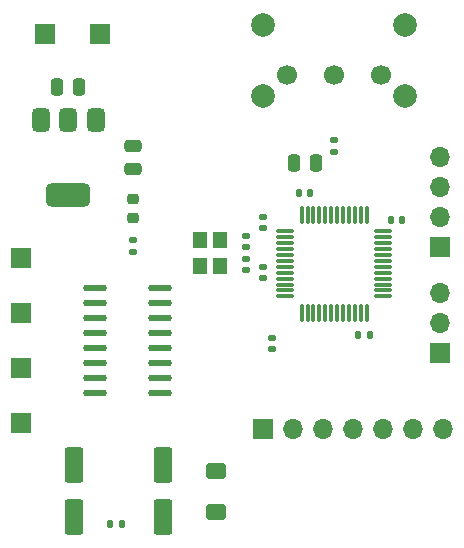
<source format=gbr>
%TF.GenerationSoftware,KiCad,Pcbnew,8.0.5*%
%TF.CreationDate,2025-02-26T14:21:13-03:00*%
%TF.ProjectId,EchoCar_PCB,4563686f-4361-4725-9f50-43422e6b6963,rev?*%
%TF.SameCoordinates,Original*%
%TF.FileFunction,Soldermask,Top*%
%TF.FilePolarity,Negative*%
%FSLAX46Y46*%
G04 Gerber Fmt 4.6, Leading zero omitted, Abs format (unit mm)*
G04 Created by KiCad (PCBNEW 8.0.5) date 2025-02-26 14:21:13*
%MOMM*%
%LPD*%
G01*
G04 APERTURE LIST*
G04 Aperture macros list*
%AMRoundRect*
0 Rectangle with rounded corners*
0 $1 Rounding radius*
0 $2 $3 $4 $5 $6 $7 $8 $9 X,Y pos of 4 corners*
0 Add a 4 corners polygon primitive as box body*
4,1,4,$2,$3,$4,$5,$6,$7,$8,$9,$2,$3,0*
0 Add four circle primitives for the rounded corners*
1,1,$1+$1,$2,$3*
1,1,$1+$1,$4,$5*
1,1,$1+$1,$6,$7*
1,1,$1+$1,$8,$9*
0 Add four rect primitives between the rounded corners*
20,1,$1+$1,$2,$3,$4,$5,0*
20,1,$1+$1,$4,$5,$6,$7,0*
20,1,$1+$1,$6,$7,$8,$9,0*
20,1,$1+$1,$8,$9,$2,$3,0*%
G04 Aperture macros list end*
%ADD10R,1.700000X1.700000*%
%ADD11O,1.700000X1.700000*%
%ADD12RoundRect,0.140000X-0.170000X0.140000X-0.170000X-0.140000X0.170000X-0.140000X0.170000X0.140000X0*%
%ADD13RoundRect,0.250000X-0.250000X-0.475000X0.250000X-0.475000X0.250000X0.475000X-0.250000X0.475000X0*%
%ADD14RoundRect,0.140000X-0.140000X-0.170000X0.140000X-0.170000X0.140000X0.170000X-0.140000X0.170000X0*%
%ADD15RoundRect,0.140000X0.170000X-0.140000X0.170000X0.140000X-0.170000X0.140000X-0.170000X-0.140000X0*%
%ADD16RoundRect,0.250000X0.550000X-1.250000X0.550000X1.250000X-0.550000X1.250000X-0.550000X-1.250000X0*%
%ADD17RoundRect,0.075000X-0.662500X-0.075000X0.662500X-0.075000X0.662500X0.075000X-0.662500X0.075000X0*%
%ADD18RoundRect,0.075000X-0.075000X-0.662500X0.075000X-0.662500X0.075000X0.662500X-0.075000X0.662500X0*%
%ADD19RoundRect,0.218750X0.256250X-0.218750X0.256250X0.218750X-0.256250X0.218750X-0.256250X-0.218750X0*%
%ADD20O,2.038000X0.574000*%
%ADD21C,2.000000*%
%ADD22C,1.700000*%
%ADD23RoundRect,0.135000X-0.185000X0.135000X-0.185000X-0.135000X0.185000X-0.135000X0.185000X0.135000X0*%
%ADD24RoundRect,0.375000X-0.375000X0.625000X-0.375000X-0.625000X0.375000X-0.625000X0.375000X0.625000X0*%
%ADD25RoundRect,0.500000X-1.400000X0.500000X-1.400000X-0.500000X1.400000X-0.500000X1.400000X0.500000X0*%
%ADD26R,1.200000X1.400000*%
%ADD27RoundRect,0.250000X0.475000X-0.250000X0.475000X0.250000X-0.475000X0.250000X-0.475000X-0.250000X0*%
%ADD28RoundRect,0.135000X-0.135000X-0.185000X0.135000X-0.185000X0.135000X0.185000X-0.135000X0.185000X0*%
%ADD29RoundRect,0.140000X0.140000X0.170000X-0.140000X0.170000X-0.140000X-0.170000X0.140000X-0.170000X0*%
%ADD30RoundRect,0.250000X0.600000X-0.400000X0.600000X0.400000X-0.600000X0.400000X-0.600000X-0.400000X0*%
G04 APERTURE END LIST*
D10*
%TO.C,J3*%
X150000000Y-78540000D03*
D11*
X150000000Y-76000000D03*
X150000000Y-73460000D03*
%TD*%
D12*
%TO.C,C7*%
X135750000Y-77270000D03*
X135750000Y-78230000D03*
%TD*%
D10*
%TO.C,J2*%
X135000000Y-85000000D03*
D11*
X137540000Y-85000000D03*
X140080000Y-85000000D03*
X142620000Y-85000000D03*
X145160000Y-85000000D03*
X147700000Y-85000000D03*
X150240000Y-85000000D03*
%TD*%
D13*
%TO.C,C10*%
X117500000Y-56000000D03*
X119400000Y-56000000D03*
%TD*%
D10*
%TO.C,H4*%
X114500000Y-70500000D03*
%TD*%
D14*
%TO.C,C5*%
X145790000Y-67250000D03*
X146750000Y-67250000D03*
%TD*%
D15*
%TO.C,C3*%
X135000000Y-67980000D03*
X135000000Y-67020000D03*
%TD*%
D16*
%TO.C,C12*%
X126500000Y-92450000D03*
X126500000Y-88050000D03*
%TD*%
D17*
%TO.C,U1*%
X136837500Y-68250000D03*
X136837500Y-68750000D03*
X136837500Y-69250000D03*
X136837500Y-69750000D03*
X136837500Y-70250000D03*
X136837500Y-70750000D03*
X136837500Y-71250000D03*
X136837500Y-71750000D03*
X136837500Y-72250000D03*
X136837500Y-72750000D03*
X136837500Y-73250000D03*
X136837500Y-73750000D03*
D18*
X138250000Y-75162500D03*
X138750000Y-75162500D03*
X139250000Y-75162500D03*
X139750000Y-75162500D03*
X140250000Y-75162500D03*
X140750000Y-75162500D03*
X141250000Y-75162500D03*
X141750000Y-75162500D03*
X142250000Y-75162500D03*
X142750000Y-75162500D03*
X143250000Y-75162500D03*
X143750000Y-75162500D03*
D17*
X145162500Y-73750000D03*
X145162500Y-73250000D03*
X145162500Y-72750000D03*
X145162500Y-72250000D03*
X145162500Y-71750000D03*
X145162500Y-71250000D03*
X145162500Y-70750000D03*
X145162500Y-70250000D03*
X145162500Y-69750000D03*
X145162500Y-69250000D03*
X145162500Y-68750000D03*
X145162500Y-68250000D03*
D18*
X143750000Y-66837500D03*
X143250000Y-66837500D03*
X142750000Y-66837500D03*
X142250000Y-66837500D03*
X141750000Y-66837500D03*
X141250000Y-66837500D03*
X140750000Y-66837500D03*
X140250000Y-66837500D03*
X139750000Y-66837500D03*
X139250000Y-66837500D03*
X138750000Y-66837500D03*
X138250000Y-66837500D03*
%TD*%
D19*
%TO.C,D1*%
X124000000Y-67075000D03*
X124000000Y-65500000D03*
%TD*%
D12*
%TO.C,C9*%
X133500000Y-70600000D03*
X133500000Y-71560000D03*
%TD*%
D13*
%TO.C,C1*%
X137600000Y-62500000D03*
X139500000Y-62500000D03*
%TD*%
D20*
%TO.C,U3*%
X126269000Y-81945000D03*
X126269000Y-80675000D03*
X126269000Y-79405000D03*
X126269000Y-78135000D03*
X126269000Y-76865000D03*
X126269000Y-75595000D03*
X126269000Y-74325000D03*
X126269000Y-73055000D03*
X120731000Y-73055000D03*
X120731000Y-74325000D03*
X120731000Y-75595000D03*
X120731000Y-76865000D03*
X120731000Y-78135000D03*
X120731000Y-79405000D03*
X120731000Y-80675000D03*
X120731000Y-81945000D03*
%TD*%
D21*
%TO.C,SW1*%
X147000000Y-56750000D03*
X147000000Y-50750000D03*
X135000000Y-56750000D03*
X135000000Y-50750000D03*
D22*
X145000000Y-55000000D03*
X141000000Y-55000000D03*
X137000000Y-55000000D03*
%TD*%
D15*
%TO.C,C2*%
X135000000Y-72210000D03*
X135000000Y-71250000D03*
%TD*%
D10*
%TO.C,H1*%
X114500000Y-84450000D03*
%TD*%
D23*
%TO.C,R2*%
X124000000Y-68990000D03*
X124000000Y-70010000D03*
%TD*%
D10*
%TO.C,H6*%
X121150000Y-51500000D03*
%TD*%
D24*
%TO.C,U2*%
X120800000Y-58850000D03*
X118500000Y-58850000D03*
D25*
X118500000Y-65150000D03*
D24*
X116200000Y-58850000D03*
%TD*%
D26*
%TO.C,Y1*%
X129650000Y-69000000D03*
X129650000Y-71200000D03*
X131350000Y-71200000D03*
X131350000Y-69000000D03*
%TD*%
D15*
%TO.C,C8*%
X133500000Y-69580000D03*
X133500000Y-68620000D03*
%TD*%
D10*
%TO.C,H3*%
X114500000Y-75150000D03*
%TD*%
D14*
%TO.C,C6*%
X138000000Y-65000000D03*
X138960000Y-65000000D03*
%TD*%
D27*
%TO.C,C11*%
X124000000Y-62950000D03*
X124000000Y-61050000D03*
%TD*%
D10*
%TO.C,J1*%
X150000000Y-69540000D03*
D11*
X150000000Y-67000000D03*
X150000000Y-64460000D03*
X150000000Y-61920000D03*
%TD*%
D10*
%TO.C,H5*%
X116500000Y-51500000D03*
%TD*%
D28*
%TO.C,R3*%
X121990000Y-93000000D03*
X123010000Y-93000000D03*
%TD*%
D16*
%TO.C,C13*%
X119000000Y-92450000D03*
X119000000Y-88050000D03*
%TD*%
D29*
%TO.C,C4*%
X144000000Y-77000000D03*
X143040000Y-77000000D03*
%TD*%
D10*
%TO.C,H2*%
X114500000Y-79800000D03*
%TD*%
D30*
%TO.C,D2*%
X131000000Y-92000000D03*
X131000000Y-88500000D03*
%TD*%
D23*
%TO.C,R1*%
X141000000Y-60500000D03*
X141000000Y-61520000D03*
%TD*%
M02*

</source>
